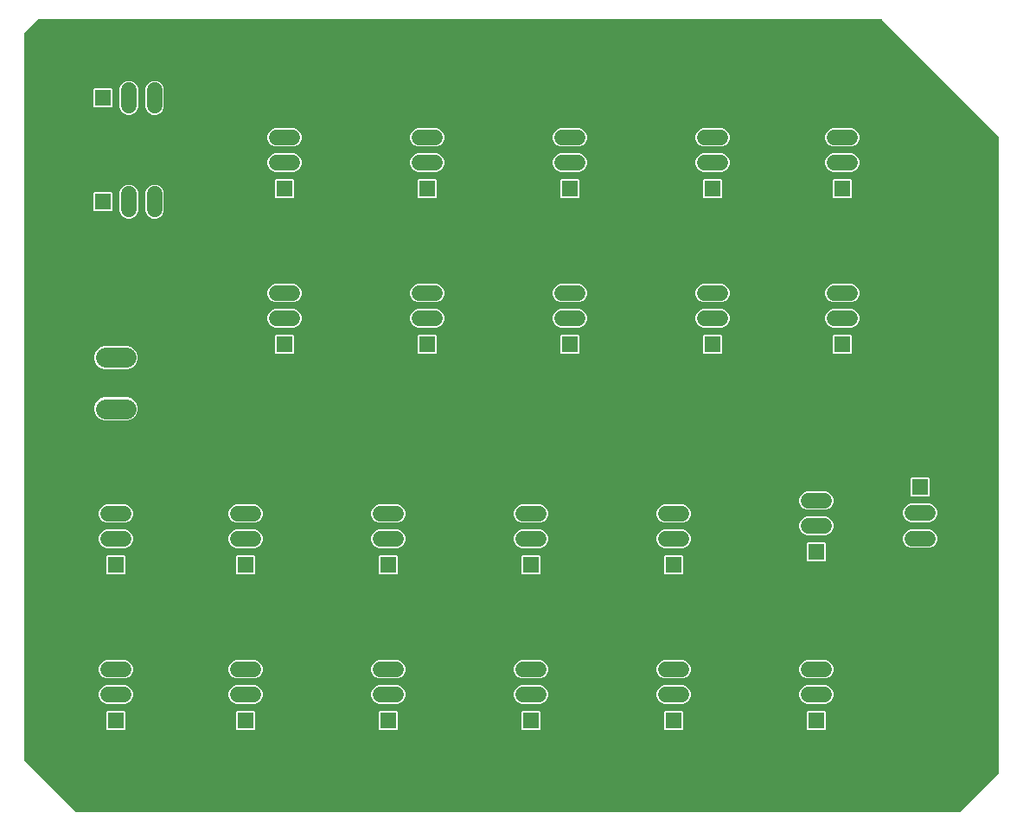
<source format=gbr>
G04 EAGLE Gerber RS-274X export*
G75*
%MOMM*%
%FSLAX34Y34*%
%LPD*%
%INBottom Copper*%
%IPPOS*%
%AMOC8*
5,1,8,0,0,1.08239X$1,22.5*%
G01*
%ADD10C,1.981200*%
%ADD11C,1.508000*%
%ADD12R,1.508000X1.508000*%

G36*
X901790Y-13447D02*
X901790Y-13447D01*
X901881Y-13439D01*
X901911Y-13427D01*
X901943Y-13422D01*
X902023Y-13379D01*
X902107Y-13343D01*
X902139Y-13317D01*
X902160Y-13306D01*
X902182Y-13283D01*
X902238Y-13238D01*
X940338Y24862D01*
X940386Y24928D01*
X940392Y24934D01*
X940394Y24939D01*
X940451Y25005D01*
X940463Y25035D01*
X940482Y25061D01*
X940509Y25148D01*
X940543Y25233D01*
X940547Y25274D01*
X940554Y25297D01*
X940553Y25329D01*
X940561Y25400D01*
X940561Y647700D01*
X940547Y647790D01*
X940539Y647881D01*
X940527Y647911D01*
X940522Y647943D01*
X940479Y648023D01*
X940443Y648107D01*
X940417Y648139D01*
X940406Y648160D01*
X940383Y648182D01*
X940338Y648238D01*
X826038Y762538D01*
X825964Y762591D01*
X825895Y762651D01*
X825865Y762663D01*
X825839Y762682D01*
X825752Y762709D01*
X825667Y762743D01*
X825626Y762747D01*
X825603Y762754D01*
X825571Y762753D01*
X825500Y762761D01*
X0Y762761D01*
X-90Y762747D01*
X-181Y762739D01*
X-211Y762727D01*
X-243Y762722D01*
X-323Y762679D01*
X-407Y762643D01*
X-439Y762617D01*
X-460Y762606D01*
X-482Y762583D01*
X-538Y762538D01*
X-13238Y749838D01*
X-13282Y749778D01*
X-13318Y749739D01*
X-13325Y749725D01*
X-13351Y749695D01*
X-13363Y749665D01*
X-13382Y749639D01*
X-13409Y749552D01*
X-13443Y749467D01*
X-13447Y749426D01*
X-13454Y749403D01*
X-13453Y749371D01*
X-13461Y749300D01*
X-13461Y38100D01*
X-13447Y38010D01*
X-13439Y37919D01*
X-13427Y37889D01*
X-13422Y37857D01*
X-13379Y37777D01*
X-13343Y37693D01*
X-13317Y37661D01*
X-13306Y37640D01*
X-13283Y37618D01*
X-13238Y37562D01*
X37562Y-13238D01*
X37636Y-13291D01*
X37705Y-13351D01*
X37735Y-13363D01*
X37761Y-13382D01*
X37848Y-13409D01*
X37933Y-13443D01*
X37974Y-13447D01*
X37997Y-13454D01*
X38029Y-13453D01*
X38100Y-13461D01*
X901700Y-13461D01*
X901790Y-13447D01*
G37*
%LPC*%
G36*
X64020Y420115D02*
X64020Y420115D01*
X59819Y421856D01*
X56604Y425071D01*
X54863Y429272D01*
X54863Y433820D01*
X56604Y438021D01*
X59819Y441236D01*
X64020Y442977D01*
X88380Y442977D01*
X92581Y441236D01*
X95796Y438021D01*
X97537Y433820D01*
X97537Y429272D01*
X95796Y425071D01*
X92581Y421856D01*
X88380Y420115D01*
X64020Y420115D01*
G37*
%LPD*%
%LPC*%
G36*
X64020Y370077D02*
X64020Y370077D01*
X59819Y371818D01*
X56604Y375033D01*
X54863Y379234D01*
X54863Y383782D01*
X56604Y387983D01*
X59819Y391198D01*
X64020Y392939D01*
X88380Y392939D01*
X92581Y391198D01*
X95796Y387983D01*
X97537Y383782D01*
X97537Y379234D01*
X95796Y375033D01*
X92581Y371818D01*
X88380Y370077D01*
X64020Y370077D01*
G37*
%LPD*%
%LPC*%
G36*
X112097Y669195D02*
X112097Y669195D01*
X108765Y670575D01*
X106215Y673125D01*
X104835Y676457D01*
X104835Y695143D01*
X106215Y698475D01*
X108765Y701025D01*
X112097Y702405D01*
X115703Y702405D01*
X119035Y701025D01*
X121585Y698475D01*
X122965Y695143D01*
X122965Y676457D01*
X121585Y673125D01*
X119035Y670575D01*
X115703Y669195D01*
X112097Y669195D01*
G37*
%LPD*%
%LPC*%
G36*
X87097Y669195D02*
X87097Y669195D01*
X83765Y670575D01*
X81215Y673125D01*
X79835Y676457D01*
X79835Y695143D01*
X81215Y698475D01*
X83765Y701025D01*
X87097Y702405D01*
X90703Y702405D01*
X94035Y701025D01*
X96585Y698475D01*
X97965Y695143D01*
X97965Y676457D01*
X96585Y673125D01*
X94035Y670575D01*
X90703Y669195D01*
X87097Y669195D01*
G37*
%LPD*%
%LPC*%
G36*
X473257Y92535D02*
X473257Y92535D01*
X469925Y93915D01*
X467375Y96465D01*
X465995Y99797D01*
X465995Y103403D01*
X467375Y106735D01*
X469925Y109285D01*
X473257Y110665D01*
X491943Y110665D01*
X495275Y109285D01*
X497825Y106735D01*
X499205Y103403D01*
X499205Y99797D01*
X497825Y96465D01*
X495275Y93915D01*
X491943Y92535D01*
X473257Y92535D01*
G37*
%LPD*%
%LPC*%
G36*
X778057Y638235D02*
X778057Y638235D01*
X774725Y639615D01*
X772175Y642165D01*
X770795Y645497D01*
X770795Y649103D01*
X772175Y652435D01*
X774725Y654985D01*
X778057Y656365D01*
X796743Y656365D01*
X800075Y654985D01*
X802625Y652435D01*
X804005Y649103D01*
X804005Y645497D01*
X802625Y642165D01*
X800075Y639615D01*
X796743Y638235D01*
X778057Y638235D01*
G37*
%LPD*%
%LPC*%
G36*
X651057Y638235D02*
X651057Y638235D01*
X647725Y639615D01*
X645175Y642165D01*
X643795Y645497D01*
X643795Y649103D01*
X645175Y652435D01*
X647725Y654985D01*
X651057Y656365D01*
X669743Y656365D01*
X673075Y654985D01*
X675625Y652435D01*
X677005Y649103D01*
X677005Y645497D01*
X675625Y642165D01*
X673075Y639615D01*
X669743Y638235D01*
X651057Y638235D01*
G37*
%LPD*%
%LPC*%
G36*
X511357Y638235D02*
X511357Y638235D01*
X508025Y639615D01*
X505475Y642165D01*
X504095Y645497D01*
X504095Y649103D01*
X505475Y652435D01*
X508025Y654985D01*
X511357Y656365D01*
X530043Y656365D01*
X533375Y654985D01*
X535925Y652435D01*
X537305Y649103D01*
X537305Y645497D01*
X535925Y642165D01*
X533375Y639615D01*
X530043Y638235D01*
X511357Y638235D01*
G37*
%LPD*%
%LPC*%
G36*
X371657Y638235D02*
X371657Y638235D01*
X368325Y639615D01*
X365775Y642165D01*
X364395Y645497D01*
X364395Y649103D01*
X365775Y652435D01*
X368325Y654985D01*
X371657Y656365D01*
X390343Y656365D01*
X393675Y654985D01*
X396225Y652435D01*
X397605Y649103D01*
X397605Y645497D01*
X396225Y642165D01*
X393675Y639615D01*
X390343Y638235D01*
X371657Y638235D01*
G37*
%LPD*%
%LPC*%
G36*
X231957Y638235D02*
X231957Y638235D01*
X228625Y639615D01*
X226075Y642165D01*
X224695Y645497D01*
X224695Y649103D01*
X226075Y652435D01*
X228625Y654985D01*
X231957Y656365D01*
X250643Y656365D01*
X253975Y654985D01*
X256525Y652435D01*
X257905Y649103D01*
X257905Y645497D01*
X256525Y642165D01*
X253975Y639615D01*
X250643Y638235D01*
X231957Y638235D01*
G37*
%LPD*%
%LPC*%
G36*
X371657Y613235D02*
X371657Y613235D01*
X368325Y614615D01*
X365775Y617165D01*
X364395Y620497D01*
X364395Y624103D01*
X365775Y627435D01*
X368325Y629985D01*
X371657Y631365D01*
X390343Y631365D01*
X393675Y629985D01*
X396225Y627435D01*
X397605Y624103D01*
X397605Y620497D01*
X396225Y617165D01*
X393675Y614615D01*
X390343Y613235D01*
X371657Y613235D01*
G37*
%LPD*%
%LPC*%
G36*
X231957Y613235D02*
X231957Y613235D01*
X228625Y614615D01*
X226075Y617165D01*
X224695Y620497D01*
X224695Y624103D01*
X226075Y627435D01*
X228625Y629985D01*
X231957Y631365D01*
X250643Y631365D01*
X253975Y629985D01*
X256525Y627435D01*
X257905Y624103D01*
X257905Y620497D01*
X256525Y617165D01*
X253975Y614615D01*
X250643Y613235D01*
X231957Y613235D01*
G37*
%LPD*%
%LPC*%
G36*
X778057Y613235D02*
X778057Y613235D01*
X774725Y614615D01*
X772175Y617165D01*
X770795Y620497D01*
X770795Y624103D01*
X772175Y627435D01*
X774725Y629985D01*
X778057Y631365D01*
X796743Y631365D01*
X800075Y629985D01*
X802625Y627435D01*
X804005Y624103D01*
X804005Y620497D01*
X802625Y617165D01*
X800075Y614615D01*
X796743Y613235D01*
X778057Y613235D01*
G37*
%LPD*%
%LPC*%
G36*
X651057Y613235D02*
X651057Y613235D01*
X647725Y614615D01*
X645175Y617165D01*
X643795Y620497D01*
X643795Y624103D01*
X645175Y627435D01*
X647725Y629985D01*
X651057Y631365D01*
X669743Y631365D01*
X673075Y629985D01*
X675625Y627435D01*
X677005Y624103D01*
X677005Y620497D01*
X675625Y617165D01*
X673075Y614615D01*
X669743Y613235D01*
X651057Y613235D01*
G37*
%LPD*%
%LPC*%
G36*
X511357Y613235D02*
X511357Y613235D01*
X508025Y614615D01*
X505475Y617165D01*
X504095Y620497D01*
X504095Y624103D01*
X505475Y627435D01*
X508025Y629985D01*
X511357Y631365D01*
X530043Y631365D01*
X533375Y629985D01*
X535925Y627435D01*
X537305Y624103D01*
X537305Y620497D01*
X535925Y617165D01*
X533375Y614615D01*
X530043Y613235D01*
X511357Y613235D01*
G37*
%LPD*%
%LPC*%
G36*
X752657Y117535D02*
X752657Y117535D01*
X749325Y118915D01*
X746775Y121465D01*
X745395Y124797D01*
X745395Y128403D01*
X746775Y131735D01*
X749325Y134285D01*
X752657Y135665D01*
X771343Y135665D01*
X774675Y134285D01*
X777225Y131735D01*
X778605Y128403D01*
X778605Y124797D01*
X777225Y121465D01*
X774675Y118915D01*
X771343Y117535D01*
X752657Y117535D01*
G37*
%LPD*%
%LPC*%
G36*
X612957Y117535D02*
X612957Y117535D01*
X609625Y118915D01*
X607075Y121465D01*
X605695Y124797D01*
X605695Y128403D01*
X607075Y131735D01*
X609625Y134285D01*
X612957Y135665D01*
X631643Y135665D01*
X634975Y134285D01*
X637525Y131735D01*
X638905Y128403D01*
X638905Y124797D01*
X637525Y121465D01*
X634975Y118915D01*
X631643Y117535D01*
X612957Y117535D01*
G37*
%LPD*%
%LPC*%
G36*
X473257Y117535D02*
X473257Y117535D01*
X469925Y118915D01*
X467375Y121465D01*
X465995Y124797D01*
X465995Y128403D01*
X467375Y131735D01*
X469925Y134285D01*
X473257Y135665D01*
X491943Y135665D01*
X495275Y134285D01*
X497825Y131735D01*
X499205Y128403D01*
X499205Y124797D01*
X497825Y121465D01*
X495275Y118915D01*
X491943Y117535D01*
X473257Y117535D01*
G37*
%LPD*%
%LPC*%
G36*
X333557Y117535D02*
X333557Y117535D01*
X330225Y118915D01*
X327675Y121465D01*
X326295Y124797D01*
X326295Y128403D01*
X327675Y131735D01*
X330225Y134285D01*
X333557Y135665D01*
X352243Y135665D01*
X355575Y134285D01*
X358125Y131735D01*
X359505Y128403D01*
X359505Y124797D01*
X358125Y121465D01*
X355575Y118915D01*
X352243Y117535D01*
X333557Y117535D01*
G37*
%LPD*%
%LPC*%
G36*
X193857Y117535D02*
X193857Y117535D01*
X190525Y118915D01*
X187975Y121465D01*
X186595Y124797D01*
X186595Y128403D01*
X187975Y131735D01*
X190525Y134285D01*
X193857Y135665D01*
X212543Y135665D01*
X215875Y134285D01*
X218425Y131735D01*
X219805Y128403D01*
X219805Y124797D01*
X218425Y121465D01*
X215875Y118915D01*
X212543Y117535D01*
X193857Y117535D01*
G37*
%LPD*%
%LPC*%
G36*
X112097Y567595D02*
X112097Y567595D01*
X108765Y568975D01*
X106215Y571525D01*
X104835Y574857D01*
X104835Y593543D01*
X106215Y596875D01*
X108765Y599425D01*
X112097Y600805D01*
X115703Y600805D01*
X119035Y599425D01*
X121585Y596875D01*
X122965Y593543D01*
X122965Y574857D01*
X121585Y571525D01*
X119035Y568975D01*
X115703Y567595D01*
X112097Y567595D01*
G37*
%LPD*%
%LPC*%
G36*
X87097Y567595D02*
X87097Y567595D01*
X83765Y568975D01*
X81215Y571525D01*
X79835Y574857D01*
X79835Y593543D01*
X81215Y596875D01*
X83765Y599425D01*
X87097Y600805D01*
X90703Y600805D01*
X94035Y599425D01*
X96585Y596875D01*
X97965Y593543D01*
X97965Y574857D01*
X96585Y571525D01*
X94035Y568975D01*
X90703Y567595D01*
X87097Y567595D01*
G37*
%LPD*%
%LPC*%
G36*
X66857Y117535D02*
X66857Y117535D01*
X63525Y118915D01*
X60975Y121465D01*
X59595Y124797D01*
X59595Y128403D01*
X60975Y131735D01*
X63525Y134285D01*
X66857Y135665D01*
X85543Y135665D01*
X88875Y134285D01*
X91425Y131735D01*
X92805Y128403D01*
X92805Y124797D01*
X91425Y121465D01*
X88875Y118915D01*
X85543Y117535D01*
X66857Y117535D01*
G37*
%LPD*%
%LPC*%
G36*
X778057Y485835D02*
X778057Y485835D01*
X774725Y487215D01*
X772175Y489765D01*
X770795Y493097D01*
X770795Y496703D01*
X772175Y500035D01*
X774725Y502585D01*
X778057Y503965D01*
X796743Y503965D01*
X800075Y502585D01*
X802625Y500035D01*
X804005Y496703D01*
X804005Y493097D01*
X802625Y489765D01*
X800075Y487215D01*
X796743Y485835D01*
X778057Y485835D01*
G37*
%LPD*%
%LPC*%
G36*
X651057Y485835D02*
X651057Y485835D01*
X647725Y487215D01*
X645175Y489765D01*
X643795Y493097D01*
X643795Y496703D01*
X645175Y500035D01*
X647725Y502585D01*
X651057Y503965D01*
X669743Y503965D01*
X673075Y502585D01*
X675625Y500035D01*
X677005Y496703D01*
X677005Y493097D01*
X675625Y489765D01*
X673075Y487215D01*
X669743Y485835D01*
X651057Y485835D01*
G37*
%LPD*%
%LPC*%
G36*
X511357Y485835D02*
X511357Y485835D01*
X508025Y487215D01*
X505475Y489765D01*
X504095Y493097D01*
X504095Y496703D01*
X505475Y500035D01*
X508025Y502585D01*
X511357Y503965D01*
X530043Y503965D01*
X533375Y502585D01*
X535925Y500035D01*
X537305Y496703D01*
X537305Y493097D01*
X535925Y489765D01*
X533375Y487215D01*
X530043Y485835D01*
X511357Y485835D01*
G37*
%LPD*%
%LPC*%
G36*
X371657Y485835D02*
X371657Y485835D01*
X368325Y487215D01*
X365775Y489765D01*
X364395Y493097D01*
X364395Y496703D01*
X365775Y500035D01*
X368325Y502585D01*
X371657Y503965D01*
X390343Y503965D01*
X393675Y502585D01*
X396225Y500035D01*
X397605Y496703D01*
X397605Y493097D01*
X396225Y489765D01*
X393675Y487215D01*
X390343Y485835D01*
X371657Y485835D01*
G37*
%LPD*%
%LPC*%
G36*
X231957Y485835D02*
X231957Y485835D01*
X228625Y487215D01*
X226075Y489765D01*
X224695Y493097D01*
X224695Y496703D01*
X226075Y500035D01*
X228625Y502585D01*
X231957Y503965D01*
X250643Y503965D01*
X253975Y502585D01*
X256525Y500035D01*
X257905Y496703D01*
X257905Y493097D01*
X256525Y489765D01*
X253975Y487215D01*
X250643Y485835D01*
X231957Y485835D01*
G37*
%LPD*%
%LPC*%
G36*
X778057Y460835D02*
X778057Y460835D01*
X774725Y462215D01*
X772175Y464765D01*
X770795Y468097D01*
X770795Y471703D01*
X772175Y475035D01*
X774725Y477585D01*
X778057Y478965D01*
X796743Y478965D01*
X800075Y477585D01*
X802625Y475035D01*
X804005Y471703D01*
X804005Y468097D01*
X802625Y464765D01*
X800075Y462215D01*
X796743Y460835D01*
X778057Y460835D01*
G37*
%LPD*%
%LPC*%
G36*
X651057Y460835D02*
X651057Y460835D01*
X647725Y462215D01*
X645175Y464765D01*
X643795Y468097D01*
X643795Y471703D01*
X645175Y475035D01*
X647725Y477585D01*
X651057Y478965D01*
X669743Y478965D01*
X673075Y477585D01*
X675625Y475035D01*
X677005Y471703D01*
X677005Y468097D01*
X675625Y464765D01*
X673075Y462215D01*
X669743Y460835D01*
X651057Y460835D01*
G37*
%LPD*%
%LPC*%
G36*
X511357Y460835D02*
X511357Y460835D01*
X508025Y462215D01*
X505475Y464765D01*
X504095Y468097D01*
X504095Y471703D01*
X505475Y475035D01*
X508025Y477585D01*
X511357Y478965D01*
X530043Y478965D01*
X533375Y477585D01*
X535925Y475035D01*
X537305Y471703D01*
X537305Y468097D01*
X535925Y464765D01*
X533375Y462215D01*
X530043Y460835D01*
X511357Y460835D01*
G37*
%LPD*%
%LPC*%
G36*
X371657Y460835D02*
X371657Y460835D01*
X368325Y462215D01*
X365775Y464765D01*
X364395Y468097D01*
X364395Y471703D01*
X365775Y475035D01*
X368325Y477585D01*
X371657Y478965D01*
X390343Y478965D01*
X393675Y477585D01*
X396225Y475035D01*
X397605Y471703D01*
X397605Y468097D01*
X396225Y464765D01*
X393675Y462215D01*
X390343Y460835D01*
X371657Y460835D01*
G37*
%LPD*%
%LPC*%
G36*
X231957Y460835D02*
X231957Y460835D01*
X228625Y462215D01*
X226075Y464765D01*
X224695Y468097D01*
X224695Y471703D01*
X226075Y475035D01*
X228625Y477585D01*
X231957Y478965D01*
X250643Y478965D01*
X253975Y477585D01*
X256525Y475035D01*
X257905Y471703D01*
X257905Y468097D01*
X256525Y464765D01*
X253975Y462215D01*
X250643Y460835D01*
X231957Y460835D01*
G37*
%LPD*%
%LPC*%
G36*
X752657Y92535D02*
X752657Y92535D01*
X749325Y93915D01*
X746775Y96465D01*
X745395Y99797D01*
X745395Y103403D01*
X746775Y106735D01*
X749325Y109285D01*
X752657Y110665D01*
X771343Y110665D01*
X774675Y109285D01*
X777225Y106735D01*
X778605Y103403D01*
X778605Y99797D01*
X777225Y96465D01*
X774675Y93915D01*
X771343Y92535D01*
X752657Y92535D01*
G37*
%LPD*%
%LPC*%
G36*
X612957Y92535D02*
X612957Y92535D01*
X609625Y93915D01*
X607075Y96465D01*
X605695Y99797D01*
X605695Y103403D01*
X607075Y106735D01*
X609625Y109285D01*
X612957Y110665D01*
X631643Y110665D01*
X634975Y109285D01*
X637525Y106735D01*
X638905Y103403D01*
X638905Y99797D01*
X637525Y96465D01*
X634975Y93915D01*
X631643Y92535D01*
X612957Y92535D01*
G37*
%LPD*%
%LPC*%
G36*
X333557Y92535D02*
X333557Y92535D01*
X330225Y93915D01*
X327675Y96465D01*
X326295Y99797D01*
X326295Y103403D01*
X327675Y106735D01*
X330225Y109285D01*
X333557Y110665D01*
X352243Y110665D01*
X355575Y109285D01*
X358125Y106735D01*
X359505Y103403D01*
X359505Y99797D01*
X358125Y96465D01*
X355575Y93915D01*
X352243Y92535D01*
X333557Y92535D01*
G37*
%LPD*%
%LPC*%
G36*
X193857Y92535D02*
X193857Y92535D01*
X190525Y93915D01*
X187975Y96465D01*
X186595Y99797D01*
X186595Y103403D01*
X187975Y106735D01*
X190525Y109285D01*
X193857Y110665D01*
X212543Y110665D01*
X215875Y109285D01*
X218425Y106735D01*
X219805Y103403D01*
X219805Y99797D01*
X218425Y96465D01*
X215875Y93915D01*
X212543Y92535D01*
X193857Y92535D01*
G37*
%LPD*%
%LPC*%
G36*
X66857Y92535D02*
X66857Y92535D01*
X63525Y93915D01*
X60975Y96465D01*
X59595Y99797D01*
X59595Y103403D01*
X60975Y106735D01*
X63525Y109285D01*
X66857Y110665D01*
X85543Y110665D01*
X88875Y109285D01*
X91425Y106735D01*
X92805Y103403D01*
X92805Y99797D01*
X91425Y96465D01*
X88875Y93915D01*
X85543Y92535D01*
X66857Y92535D01*
G37*
%LPD*%
%LPC*%
G36*
X854257Y245335D02*
X854257Y245335D01*
X850925Y246715D01*
X848375Y249265D01*
X846995Y252597D01*
X846995Y256203D01*
X848375Y259535D01*
X850925Y262085D01*
X854257Y263465D01*
X872943Y263465D01*
X876275Y262085D01*
X878825Y259535D01*
X880205Y256203D01*
X880205Y252597D01*
X878825Y249265D01*
X876275Y246715D01*
X872943Y245335D01*
X854257Y245335D01*
G37*
%LPD*%
%LPC*%
G36*
X752657Y282635D02*
X752657Y282635D01*
X749325Y284015D01*
X746775Y286565D01*
X745395Y289897D01*
X745395Y293503D01*
X746775Y296835D01*
X749325Y299385D01*
X752657Y300765D01*
X771343Y300765D01*
X774675Y299385D01*
X777225Y296835D01*
X778605Y293503D01*
X778605Y289897D01*
X777225Y286565D01*
X774675Y284015D01*
X771343Y282635D01*
X752657Y282635D01*
G37*
%LPD*%
%LPC*%
G36*
X854257Y270335D02*
X854257Y270335D01*
X850925Y271715D01*
X848375Y274265D01*
X846995Y277597D01*
X846995Y281203D01*
X848375Y284535D01*
X850925Y287085D01*
X854257Y288465D01*
X872943Y288465D01*
X876275Y287085D01*
X878825Y284535D01*
X880205Y281203D01*
X880205Y277597D01*
X878825Y274265D01*
X876275Y271715D01*
X872943Y270335D01*
X854257Y270335D01*
G37*
%LPD*%
%LPC*%
G36*
X612957Y269935D02*
X612957Y269935D01*
X609625Y271315D01*
X607075Y273865D01*
X605695Y277197D01*
X605695Y280803D01*
X607075Y284135D01*
X609625Y286685D01*
X612957Y288065D01*
X631643Y288065D01*
X634975Y286685D01*
X637525Y284135D01*
X638905Y280803D01*
X638905Y277197D01*
X637525Y273865D01*
X634975Y271315D01*
X631643Y269935D01*
X612957Y269935D01*
G37*
%LPD*%
%LPC*%
G36*
X473257Y269935D02*
X473257Y269935D01*
X469925Y271315D01*
X467375Y273865D01*
X465995Y277197D01*
X465995Y280803D01*
X467375Y284135D01*
X469925Y286685D01*
X473257Y288065D01*
X491943Y288065D01*
X495275Y286685D01*
X497825Y284135D01*
X499205Y280803D01*
X499205Y277197D01*
X497825Y273865D01*
X495275Y271315D01*
X491943Y269935D01*
X473257Y269935D01*
G37*
%LPD*%
%LPC*%
G36*
X333557Y269935D02*
X333557Y269935D01*
X330225Y271315D01*
X327675Y273865D01*
X326295Y277197D01*
X326295Y280803D01*
X327675Y284135D01*
X330225Y286685D01*
X333557Y288065D01*
X352243Y288065D01*
X355575Y286685D01*
X358125Y284135D01*
X359505Y280803D01*
X359505Y277197D01*
X358125Y273865D01*
X355575Y271315D01*
X352243Y269935D01*
X333557Y269935D01*
G37*
%LPD*%
%LPC*%
G36*
X193857Y269935D02*
X193857Y269935D01*
X190525Y271315D01*
X187975Y273865D01*
X186595Y277197D01*
X186595Y280803D01*
X187975Y284135D01*
X190525Y286685D01*
X193857Y288065D01*
X212543Y288065D01*
X215875Y286685D01*
X218425Y284135D01*
X219805Y280803D01*
X219805Y277197D01*
X218425Y273865D01*
X215875Y271315D01*
X212543Y269935D01*
X193857Y269935D01*
G37*
%LPD*%
%LPC*%
G36*
X66857Y269935D02*
X66857Y269935D01*
X63525Y271315D01*
X60975Y273865D01*
X59595Y277197D01*
X59595Y280803D01*
X60975Y284135D01*
X63525Y286685D01*
X66857Y288065D01*
X85543Y288065D01*
X88875Y286685D01*
X91425Y284135D01*
X92805Y280803D01*
X92805Y277197D01*
X91425Y273865D01*
X88875Y271315D01*
X85543Y269935D01*
X66857Y269935D01*
G37*
%LPD*%
%LPC*%
G36*
X752657Y257635D02*
X752657Y257635D01*
X749325Y259015D01*
X746775Y261565D01*
X745395Y264897D01*
X745395Y268503D01*
X746775Y271835D01*
X749325Y274385D01*
X752657Y275765D01*
X771343Y275765D01*
X774675Y274385D01*
X777225Y271835D01*
X778605Y268503D01*
X778605Y264897D01*
X777225Y261565D01*
X774675Y259015D01*
X771343Y257635D01*
X752657Y257635D01*
G37*
%LPD*%
%LPC*%
G36*
X612957Y244935D02*
X612957Y244935D01*
X609625Y246315D01*
X607075Y248865D01*
X605695Y252197D01*
X605695Y255803D01*
X607075Y259135D01*
X609625Y261685D01*
X612957Y263065D01*
X631643Y263065D01*
X634975Y261685D01*
X637525Y259135D01*
X638905Y255803D01*
X638905Y252197D01*
X637525Y248865D01*
X634975Y246315D01*
X631643Y244935D01*
X612957Y244935D01*
G37*
%LPD*%
%LPC*%
G36*
X473257Y244935D02*
X473257Y244935D01*
X469925Y246315D01*
X467375Y248865D01*
X465995Y252197D01*
X465995Y255803D01*
X467375Y259135D01*
X469925Y261685D01*
X473257Y263065D01*
X491943Y263065D01*
X495275Y261685D01*
X497825Y259135D01*
X499205Y255803D01*
X499205Y252197D01*
X497825Y248865D01*
X495275Y246315D01*
X491943Y244935D01*
X473257Y244935D01*
G37*
%LPD*%
%LPC*%
G36*
X333557Y244935D02*
X333557Y244935D01*
X330225Y246315D01*
X327675Y248865D01*
X326295Y252197D01*
X326295Y255803D01*
X327675Y259135D01*
X330225Y261685D01*
X333557Y263065D01*
X352243Y263065D01*
X355575Y261685D01*
X358125Y259135D01*
X359505Y255803D01*
X359505Y252197D01*
X358125Y248865D01*
X355575Y246315D01*
X352243Y244935D01*
X333557Y244935D01*
G37*
%LPD*%
%LPC*%
G36*
X193857Y244935D02*
X193857Y244935D01*
X190525Y246315D01*
X187975Y248865D01*
X186595Y252197D01*
X186595Y255803D01*
X187975Y259135D01*
X190525Y261685D01*
X193857Y263065D01*
X212543Y263065D01*
X215875Y261685D01*
X218425Y259135D01*
X219805Y255803D01*
X219805Y252197D01*
X218425Y248865D01*
X215875Y246315D01*
X212543Y244935D01*
X193857Y244935D01*
G37*
%LPD*%
%LPC*%
G36*
X66857Y244935D02*
X66857Y244935D01*
X63525Y246315D01*
X60975Y248865D01*
X59595Y252197D01*
X59595Y255803D01*
X60975Y259135D01*
X63525Y261685D01*
X66857Y263065D01*
X85543Y263065D01*
X88875Y261685D01*
X91425Y259135D01*
X92805Y255803D01*
X92805Y252197D01*
X91425Y248865D01*
X88875Y246315D01*
X85543Y244935D01*
X66857Y244935D01*
G37*
%LPD*%
%LPC*%
G36*
X55328Y676735D02*
X55328Y676735D01*
X54435Y677628D01*
X54435Y693972D01*
X55328Y694865D01*
X71672Y694865D01*
X72565Y693972D01*
X72565Y677628D01*
X71672Y676735D01*
X55328Y676735D01*
G37*
%LPD*%
%LPC*%
G36*
X372828Y587835D02*
X372828Y587835D01*
X371935Y588728D01*
X371935Y605072D01*
X372828Y605965D01*
X389172Y605965D01*
X390065Y605072D01*
X390065Y588728D01*
X389172Y587835D01*
X372828Y587835D01*
G37*
%LPD*%
%LPC*%
G36*
X233128Y587835D02*
X233128Y587835D01*
X232235Y588728D01*
X232235Y605072D01*
X233128Y605965D01*
X249472Y605965D01*
X250365Y605072D01*
X250365Y588728D01*
X249472Y587835D01*
X233128Y587835D01*
G37*
%LPD*%
%LPC*%
G36*
X779228Y587835D02*
X779228Y587835D01*
X778335Y588728D01*
X778335Y605072D01*
X779228Y605965D01*
X795572Y605965D01*
X796465Y605072D01*
X796465Y588728D01*
X795572Y587835D01*
X779228Y587835D01*
G37*
%LPD*%
%LPC*%
G36*
X652228Y587835D02*
X652228Y587835D01*
X651335Y588728D01*
X651335Y605072D01*
X652228Y605965D01*
X668572Y605965D01*
X669465Y605072D01*
X669465Y588728D01*
X668572Y587835D01*
X652228Y587835D01*
G37*
%LPD*%
%LPC*%
G36*
X512528Y587835D02*
X512528Y587835D01*
X511635Y588728D01*
X511635Y605072D01*
X512528Y605965D01*
X528872Y605965D01*
X529765Y605072D01*
X529765Y588728D01*
X528872Y587835D01*
X512528Y587835D01*
G37*
%LPD*%
%LPC*%
G36*
X55328Y575135D02*
X55328Y575135D01*
X54435Y576028D01*
X54435Y592372D01*
X55328Y593265D01*
X71672Y593265D01*
X72565Y592372D01*
X72565Y576028D01*
X71672Y575135D01*
X55328Y575135D01*
G37*
%LPD*%
%LPC*%
G36*
X779228Y435435D02*
X779228Y435435D01*
X778335Y436328D01*
X778335Y452672D01*
X779228Y453565D01*
X795572Y453565D01*
X796465Y452672D01*
X796465Y436328D01*
X795572Y435435D01*
X779228Y435435D01*
G37*
%LPD*%
%LPC*%
G36*
X652228Y435435D02*
X652228Y435435D01*
X651335Y436328D01*
X651335Y452672D01*
X652228Y453565D01*
X668572Y453565D01*
X669465Y452672D01*
X669465Y436328D01*
X668572Y435435D01*
X652228Y435435D01*
G37*
%LPD*%
%LPC*%
G36*
X512528Y435435D02*
X512528Y435435D01*
X511635Y436328D01*
X511635Y452672D01*
X512528Y453565D01*
X528872Y453565D01*
X529765Y452672D01*
X529765Y436328D01*
X528872Y435435D01*
X512528Y435435D01*
G37*
%LPD*%
%LPC*%
G36*
X372828Y435435D02*
X372828Y435435D01*
X371935Y436328D01*
X371935Y452672D01*
X372828Y453565D01*
X389172Y453565D01*
X390065Y452672D01*
X390065Y436328D01*
X389172Y435435D01*
X372828Y435435D01*
G37*
%LPD*%
%LPC*%
G36*
X233128Y435435D02*
X233128Y435435D01*
X232235Y436328D01*
X232235Y452672D01*
X233128Y453565D01*
X249472Y453565D01*
X250365Y452672D01*
X250365Y436328D01*
X249472Y435435D01*
X233128Y435435D01*
G37*
%LPD*%
%LPC*%
G36*
X855428Y295735D02*
X855428Y295735D01*
X854535Y296628D01*
X854535Y312972D01*
X855428Y313865D01*
X871772Y313865D01*
X872665Y312972D01*
X872665Y296628D01*
X871772Y295735D01*
X855428Y295735D01*
G37*
%LPD*%
%LPC*%
G36*
X753828Y232235D02*
X753828Y232235D01*
X752935Y233128D01*
X752935Y249472D01*
X753828Y250365D01*
X770172Y250365D01*
X771065Y249472D01*
X771065Y233128D01*
X770172Y232235D01*
X753828Y232235D01*
G37*
%LPD*%
%LPC*%
G36*
X334728Y219535D02*
X334728Y219535D01*
X333835Y220428D01*
X333835Y236772D01*
X334728Y237665D01*
X351072Y237665D01*
X351965Y236772D01*
X351965Y220428D01*
X351072Y219535D01*
X334728Y219535D01*
G37*
%LPD*%
%LPC*%
G36*
X68028Y219535D02*
X68028Y219535D01*
X67135Y220428D01*
X67135Y236772D01*
X68028Y237665D01*
X84372Y237665D01*
X85265Y236772D01*
X85265Y220428D01*
X84372Y219535D01*
X68028Y219535D01*
G37*
%LPD*%
%LPC*%
G36*
X195028Y219535D02*
X195028Y219535D01*
X194135Y220428D01*
X194135Y236772D01*
X195028Y237665D01*
X211372Y237665D01*
X212265Y236772D01*
X212265Y220428D01*
X211372Y219535D01*
X195028Y219535D01*
G37*
%LPD*%
%LPC*%
G36*
X614128Y219535D02*
X614128Y219535D01*
X613235Y220428D01*
X613235Y236772D01*
X614128Y237665D01*
X630472Y237665D01*
X631365Y236772D01*
X631365Y220428D01*
X630472Y219535D01*
X614128Y219535D01*
G37*
%LPD*%
%LPC*%
G36*
X474428Y219535D02*
X474428Y219535D01*
X473535Y220428D01*
X473535Y236772D01*
X474428Y237665D01*
X490772Y237665D01*
X491665Y236772D01*
X491665Y220428D01*
X490772Y219535D01*
X474428Y219535D01*
G37*
%LPD*%
%LPC*%
G36*
X195028Y67135D02*
X195028Y67135D01*
X194135Y68028D01*
X194135Y84372D01*
X195028Y85265D01*
X211372Y85265D01*
X212265Y84372D01*
X212265Y68028D01*
X211372Y67135D01*
X195028Y67135D01*
G37*
%LPD*%
%LPC*%
G36*
X68028Y67135D02*
X68028Y67135D01*
X67135Y68028D01*
X67135Y84372D01*
X68028Y85265D01*
X84372Y85265D01*
X85265Y84372D01*
X85265Y68028D01*
X84372Y67135D01*
X68028Y67135D01*
G37*
%LPD*%
%LPC*%
G36*
X753828Y67135D02*
X753828Y67135D01*
X752935Y68028D01*
X752935Y84372D01*
X753828Y85265D01*
X770172Y85265D01*
X771065Y84372D01*
X771065Y68028D01*
X770172Y67135D01*
X753828Y67135D01*
G37*
%LPD*%
%LPC*%
G36*
X614128Y67135D02*
X614128Y67135D01*
X613235Y68028D01*
X613235Y84372D01*
X614128Y85265D01*
X630472Y85265D01*
X631365Y84372D01*
X631365Y68028D01*
X630472Y67135D01*
X614128Y67135D01*
G37*
%LPD*%
%LPC*%
G36*
X474428Y67135D02*
X474428Y67135D01*
X473535Y68028D01*
X473535Y84372D01*
X474428Y85265D01*
X490772Y85265D01*
X491665Y84372D01*
X491665Y68028D01*
X490772Y67135D01*
X474428Y67135D01*
G37*
%LPD*%
%LPC*%
G36*
X334728Y67135D02*
X334728Y67135D01*
X333835Y68028D01*
X333835Y84372D01*
X334728Y85265D01*
X351072Y85265D01*
X351965Y84372D01*
X351965Y68028D01*
X351072Y67135D01*
X334728Y67135D01*
G37*
%LPD*%
D10*
X66294Y431546D02*
X86106Y431546D01*
X86106Y381508D02*
X66294Y381508D01*
D11*
X195660Y101600D02*
X210740Y101600D01*
X210740Y126600D02*
X195660Y126600D01*
D12*
X203200Y76200D03*
D11*
X210740Y254000D02*
X195660Y254000D01*
X195660Y279000D02*
X210740Y279000D01*
D12*
X203200Y228600D03*
D11*
X335360Y254000D02*
X350440Y254000D01*
X350440Y279000D02*
X335360Y279000D01*
D12*
X342900Y228600D03*
D11*
X350440Y101600D02*
X335360Y101600D01*
X335360Y126600D02*
X350440Y126600D01*
D12*
X342900Y76200D03*
D11*
X475060Y101600D02*
X490140Y101600D01*
X490140Y126600D02*
X475060Y126600D01*
D12*
X482600Y76200D03*
D11*
X490140Y254000D02*
X475060Y254000D01*
X475060Y279000D02*
X490140Y279000D01*
D12*
X482600Y228600D03*
D11*
X614760Y254000D02*
X629840Y254000D01*
X629840Y279000D02*
X614760Y279000D01*
D12*
X622300Y228600D03*
D11*
X629840Y101600D02*
X614760Y101600D01*
X614760Y126600D02*
X629840Y126600D01*
D12*
X622300Y76200D03*
D11*
X754460Y101600D02*
X769540Y101600D01*
X769540Y126600D02*
X754460Y126600D01*
D12*
X762000Y76200D03*
D11*
X769540Y266700D02*
X754460Y266700D01*
X754460Y291700D02*
X769540Y291700D01*
D12*
X762000Y241300D03*
D11*
X856060Y279400D02*
X871140Y279400D01*
X871140Y254400D02*
X856060Y254400D01*
D12*
X863600Y304800D03*
D11*
X794940Y469900D02*
X779860Y469900D01*
X779860Y494900D02*
X794940Y494900D01*
D12*
X787400Y444500D03*
D11*
X794940Y622300D02*
X779860Y622300D01*
X779860Y647300D02*
X794940Y647300D01*
D12*
X787400Y596900D03*
D11*
X667940Y622300D02*
X652860Y622300D01*
X652860Y647300D02*
X667940Y647300D01*
D12*
X660400Y596900D03*
D11*
X667940Y469900D02*
X652860Y469900D01*
X652860Y494900D02*
X667940Y494900D01*
D12*
X660400Y444500D03*
D11*
X528240Y469900D02*
X513160Y469900D01*
X513160Y494900D02*
X528240Y494900D01*
D12*
X520700Y444500D03*
D11*
X528240Y622300D02*
X513160Y622300D01*
X513160Y647300D02*
X528240Y647300D01*
D12*
X520700Y596900D03*
D11*
X388540Y622300D02*
X373460Y622300D01*
X373460Y647300D02*
X388540Y647300D01*
D12*
X381000Y596900D03*
D11*
X388540Y469900D02*
X373460Y469900D01*
X373460Y494900D02*
X388540Y494900D01*
D12*
X381000Y444500D03*
D11*
X248840Y469900D02*
X233760Y469900D01*
X233760Y494900D02*
X248840Y494900D01*
D12*
X241300Y444500D03*
D11*
X248840Y622300D02*
X233760Y622300D01*
X233760Y647300D02*
X248840Y647300D01*
D12*
X241300Y596900D03*
D11*
X88900Y678260D02*
X88900Y693340D01*
X113900Y693340D02*
X113900Y678260D01*
D12*
X63500Y685800D03*
D11*
X88900Y591740D02*
X88900Y576660D01*
X113900Y576660D02*
X113900Y591740D01*
D12*
X63500Y584200D03*
D11*
X68660Y254000D02*
X83740Y254000D01*
X83740Y279000D02*
X68660Y279000D01*
D12*
X76200Y228600D03*
D11*
X83740Y101600D02*
X68660Y101600D01*
X68660Y126600D02*
X83740Y126600D01*
D12*
X76200Y76200D03*
M02*

</source>
